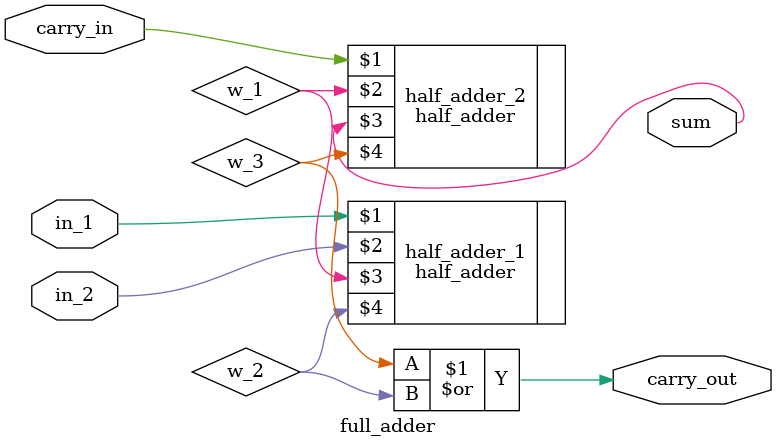
<source format=v>
`timescale 1ns / 1ps

module full_adder(in_1, in_2, carry_in, sum, carry_out);
    input in_1, in_2, carry_in;
    output sum, carry_out;
    wire w_1, w_2, w_3;
    half_adder half_adder_1(in_1, in_2, w_1, w_2);
    half_adder half_adder_2(carry_in, w_1, sum, w_3);
    or or_1(carry_out, w_3, w_2);
endmodule

</source>
